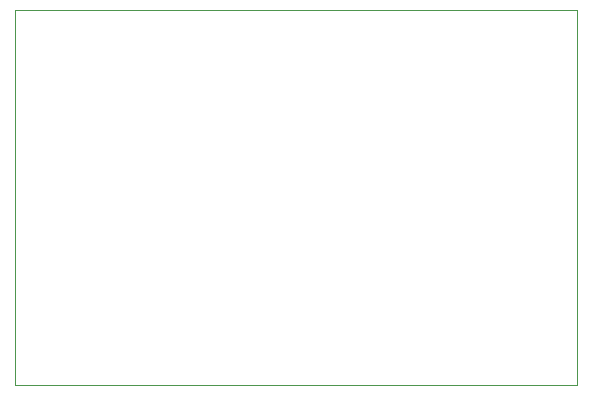
<source format=gbr>
%TF.GenerationSoftware,KiCad,Pcbnew,(6.0.5)*%
%TF.CreationDate,2022-05-28T19:41:01-04:00*%
%TF.ProjectId,headphone_amp,68656164-7068-46f6-9e65-5f616d702e6b,rev?*%
%TF.SameCoordinates,Original*%
%TF.FileFunction,Profile,NP*%
%FSLAX46Y46*%
G04 Gerber Fmt 4.6, Leading zero omitted, Abs format (unit mm)*
G04 Created by KiCad (PCBNEW (6.0.5)) date 2022-05-28 19:41:01*
%MOMM*%
%LPD*%
G01*
G04 APERTURE LIST*
%TA.AperFunction,Profile*%
%ADD10C,0.100000*%
%TD*%
G04 APERTURE END LIST*
D10*
X170815000Y-114935000D02*
X123190000Y-114935000D01*
X123190000Y-114935000D02*
X123190000Y-83185000D01*
X123190000Y-83185000D02*
X170815000Y-83185000D01*
X170815000Y-83185000D02*
X170815000Y-114935000D01*
M02*

</source>
